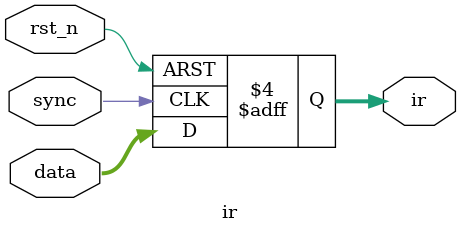
<source format=v>

module ir(
    output [7:0] ir,
    input [7:0]  data,
    input 	 sync,
    input 	 rst_n);

   reg [7:0] 	 ir;
   wire [7:0] 	 data;
   wire 	 sync;
   wire 	 rst_n;
   
   always @(posedge sync or negedge rst_n) begin
      if (rst_n == 1'b0) begin
	 ir = 8'h00;
      end else if (sync == 1'b1) begin
	 ir = data;
      end
   end
endmodule
      
</source>
